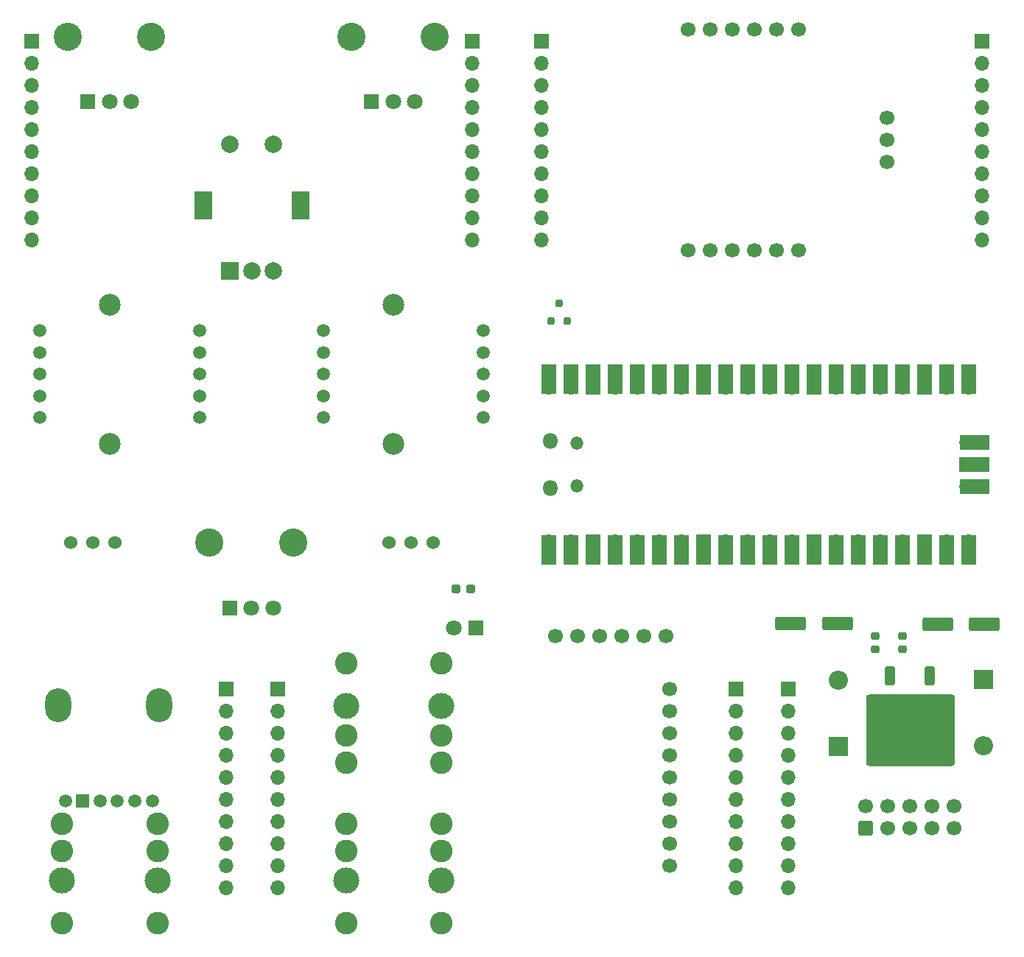
<source format=gbr>
%TF.GenerationSoftware,KiCad,Pcbnew,8.0.7*%
%TF.CreationDate,2025-01-02T18:19:59+00:00*%
%TF.ProjectId,pcb,7063622e-6b69-4636-9164-5f7063625858,2.0*%
%TF.SameCoordinates,Original*%
%TF.FileFunction,Soldermask,Top*%
%TF.FilePolarity,Negative*%
%FSLAX46Y46*%
G04 Gerber Fmt 4.6, Leading zero omitted, Abs format (unit mm)*
G04 Created by KiCad (PCBNEW 8.0.7) date 2025-01-02 18:19:59*
%MOMM*%
%LPD*%
G01*
G04 APERTURE LIST*
G04 Aperture macros list*
%AMRoundRect*
0 Rectangle with rounded corners*
0 $1 Rounding radius*
0 $2 $3 $4 $5 $6 $7 $8 $9 X,Y pos of 4 corners*
0 Add a 4 corners polygon primitive as box body*
4,1,4,$2,$3,$4,$5,$6,$7,$8,$9,$2,$3,0*
0 Add four circle primitives for the rounded corners*
1,1,$1+$1,$2,$3*
1,1,$1+$1,$4,$5*
1,1,$1+$1,$6,$7*
1,1,$1+$1,$8,$9*
0 Add four rect primitives between the rounded corners*
20,1,$1+$1,$2,$3,$4,$5,0*
20,1,$1+$1,$4,$5,$6,$7,0*
20,1,$1+$1,$6,$7,$8,$9,0*
20,1,$1+$1,$8,$9,$2,$3,0*%
G04 Aperture macros list end*
%ADD10RoundRect,0.250000X-0.350000X0.850000X-0.350000X-0.850000X0.350000X-0.850000X0.350000X0.850000X0*%
%ADD11C,1.000000*%
%ADD12RoundRect,0.354522X-4.757978X3.757978X-4.757978X-3.757978X4.757978X-3.757978X4.757978X3.757978X0*%
%ADD13RoundRect,0.225000X0.250000X-0.225000X0.250000X0.225000X-0.250000X0.225000X-0.250000X-0.225000X0*%
%ADD14C,3.240000*%
%ADD15R,1.800000X1.800000*%
%ADD16C,1.800000*%
%ADD17O,1.800000X1.800000*%
%ADD18O,1.500000X1.500000*%
%ADD19O,1.700000X1.700000*%
%ADD20R,1.700000X3.500000*%
%ADD21R,1.700000X1.700000*%
%ADD22R,3.500000X1.700000*%
%ADD23RoundRect,0.237500X0.287500X0.237500X-0.287500X0.237500X-0.287500X-0.237500X0.287500X-0.237500X0*%
%ADD24RoundRect,0.250000X-1.500000X-0.550000X1.500000X-0.550000X1.500000X0.550000X-1.500000X0.550000X0*%
%ADD25R,2.200000X2.200000*%
%ADD26O,2.200000X2.200000*%
%ADD27C,1.524000*%
%ADD28RoundRect,0.250000X1.500000X0.550000X-1.500000X0.550000X-1.500000X-0.550000X1.500000X-0.550000X0*%
%ADD29C,1.700000*%
%ADD30C,2.500000*%
%ADD31C,1.500000*%
%ADD32R,1.500000X1.500000*%
%ADD33O,3.000000X3.900000*%
%ADD34C,3.000000*%
%ADD35C,2.600000*%
%ADD36RoundRect,0.200000X0.200000X-0.250000X0.200000X0.250000X-0.200000X0.250000X-0.200000X-0.250000X0*%
%ADD37RoundRect,0.250000X0.600000X-0.600000X0.600000X0.600000X-0.600000X0.600000X-0.600000X-0.600000X0*%
%ADD38R,2.000000X2.000000*%
%ADD39C,2.000000*%
%ADD40R,2.000000X3.200000*%
G04 APERTURE END LIST*
D10*
%TO.C,U7*%
X137207500Y-109525000D03*
D11*
X138927500Y-112565000D03*
X136927500Y-112565000D03*
X132927500Y-112565000D03*
X130927500Y-112565000D03*
X138927500Y-114565000D03*
X136927500Y-114565000D03*
X132927500Y-114565000D03*
X130927500Y-114565000D03*
D12*
X134990000Y-115782500D03*
D11*
X138927500Y-116565000D03*
X136927500Y-116565000D03*
X132927500Y-116565000D03*
X130927500Y-116565000D03*
X138927500Y-118565000D03*
X136927500Y-118565000D03*
X132927500Y-118565000D03*
X130927500Y-118565000D03*
D10*
X132647500Y-109525000D03*
%TD*%
D13*
%TO.C,C5*%
X130900000Y-106475000D03*
X130900000Y-104925000D03*
%TD*%
%TO.C,C4*%
X134100000Y-106475000D03*
X134100000Y-104925000D03*
%TD*%
D14*
%TO.C,RV3*%
X54430000Y-94200000D03*
X64030000Y-94200000D03*
D15*
X56730000Y-101700000D03*
D16*
X59230000Y-101700000D03*
X61730000Y-101700000D03*
%TD*%
D17*
%TO.C,U1*%
X93570000Y-87915000D03*
D18*
X96600000Y-87615000D03*
X96600000Y-82765000D03*
D17*
X93570000Y-82465000D03*
D19*
X93440000Y-94080000D03*
D20*
X93440000Y-94980000D03*
D19*
X95980000Y-94080000D03*
D20*
X95980000Y-94980000D03*
D21*
X98520000Y-94080000D03*
D20*
X98520000Y-94980000D03*
D19*
X101060000Y-94080000D03*
D20*
X101060000Y-94980000D03*
D19*
X103600000Y-94080000D03*
D20*
X103600000Y-94980000D03*
D19*
X106140000Y-94080000D03*
D20*
X106140000Y-94980000D03*
D19*
X108680000Y-94080000D03*
D20*
X108680000Y-94980000D03*
D21*
X111220000Y-94080000D03*
D20*
X111220000Y-94980000D03*
D19*
X113760000Y-94080000D03*
D20*
X113760000Y-94980000D03*
D19*
X116300000Y-94080000D03*
D20*
X116300000Y-94980000D03*
D19*
X118840000Y-94080000D03*
D20*
X118840000Y-94980000D03*
D19*
X121380000Y-94080000D03*
D20*
X121380000Y-94980000D03*
D21*
X123920000Y-94080000D03*
D20*
X123920000Y-94980000D03*
D19*
X126460000Y-94080000D03*
D20*
X126460000Y-94980000D03*
D19*
X129000000Y-94080000D03*
D20*
X129000000Y-94980000D03*
D19*
X131540000Y-94080000D03*
D20*
X131540000Y-94980000D03*
D19*
X134080000Y-94080000D03*
D20*
X134080000Y-94980000D03*
D21*
X136620000Y-94080000D03*
D20*
X136620000Y-94980000D03*
D19*
X139160000Y-94080000D03*
D20*
X139160000Y-94980000D03*
D19*
X141700000Y-94080000D03*
D20*
X141700000Y-94980000D03*
D19*
X141700000Y-76300000D03*
D20*
X141700000Y-75400000D03*
D19*
X139160000Y-76300000D03*
D20*
X139160000Y-75400000D03*
D21*
X136620000Y-76300000D03*
D20*
X136620000Y-75400000D03*
D19*
X134080000Y-76300000D03*
D20*
X134080000Y-75400000D03*
D19*
X131540000Y-76300000D03*
D20*
X131540000Y-75400000D03*
D19*
X129000000Y-76300000D03*
D20*
X129000000Y-75400000D03*
D19*
X126460000Y-76300000D03*
D20*
X126460000Y-75400000D03*
D21*
X123920000Y-76300000D03*
D20*
X123920000Y-75400000D03*
D19*
X121380000Y-76300000D03*
D20*
X121380000Y-75400000D03*
D19*
X118840000Y-76300000D03*
D20*
X118840000Y-75400000D03*
D19*
X116300000Y-76300000D03*
D20*
X116300000Y-75400000D03*
D19*
X113760000Y-76300000D03*
D20*
X113760000Y-75400000D03*
D21*
X111220000Y-76300000D03*
D20*
X111220000Y-75400000D03*
D19*
X108680000Y-76300000D03*
D20*
X108680000Y-75400000D03*
D19*
X106140000Y-76300000D03*
D20*
X106140000Y-75400000D03*
D19*
X103600000Y-76300000D03*
D20*
X103600000Y-75400000D03*
D19*
X101060000Y-76300000D03*
D20*
X101060000Y-75400000D03*
D21*
X98520000Y-76300000D03*
D20*
X98520000Y-75400000D03*
D19*
X95980000Y-76300000D03*
D20*
X95980000Y-75400000D03*
D19*
X93440000Y-76300000D03*
D20*
X93440000Y-75400000D03*
D19*
X141470000Y-87730000D03*
D22*
X142370000Y-87730000D03*
D21*
X141470000Y-85190000D03*
D22*
X142370000Y-85190000D03*
D19*
X141470000Y-82650000D03*
D22*
X142370000Y-82650000D03*
%TD*%
D23*
%TO.C,R1*%
X84475000Y-99500000D03*
X82725000Y-99500000D03*
%TD*%
D24*
%TO.C,C2*%
X126600000Y-103500000D03*
X121200000Y-103500000D03*
%TD*%
D25*
%TO.C,D1*%
X143400000Y-109890000D03*
D26*
X143400000Y-117510000D03*
%TD*%
D14*
%TO.C,RV2*%
X70730000Y-36000000D03*
X80330000Y-36000000D03*
D15*
X73030000Y-43500000D03*
D16*
X75530000Y-43500000D03*
X78030000Y-43500000D03*
%TD*%
D27*
%TO.C,SW2*%
X75060000Y-94200000D03*
X77600000Y-94200000D03*
X80140000Y-94200000D03*
%TD*%
D28*
%TO.C,C1*%
X143500000Y-103600000D03*
X138100000Y-103600000D03*
%TD*%
D29*
%TO.C,U5*%
X107320000Y-131360000D03*
X107320000Y-128820000D03*
X107320000Y-126280000D03*
X107320000Y-123740000D03*
X107320000Y-121200000D03*
X107320000Y-118660000D03*
X107320000Y-116120000D03*
X107320000Y-113580000D03*
X107320000Y-111040000D03*
X106920000Y-104910000D03*
X104380000Y-104910000D03*
X101840000Y-104910000D03*
X99300000Y-104910000D03*
X96760000Y-104910000D03*
X94220000Y-104910000D03*
%TD*%
D30*
%TO.C,SW1*%
X43000000Y-82800000D03*
X43000000Y-66800000D03*
D31*
X53250000Y-69800000D03*
X53250000Y-72300000D03*
X53250000Y-74800000D03*
X53250000Y-77300000D03*
X53250000Y-79800000D03*
X34950000Y-79800000D03*
X34950000Y-77300000D03*
X34950000Y-74800000D03*
X34950000Y-72300000D03*
X34950000Y-69800000D03*
%TD*%
D14*
%TO.C,RV4*%
X38130000Y-36000000D03*
X47730000Y-36000000D03*
D15*
X40430000Y-43500000D03*
D16*
X42930000Y-43500000D03*
X45430000Y-43500000D03*
%TD*%
D32*
%TO.C,RV1*%
X39850000Y-123900000D03*
D31*
X37850000Y-123900000D03*
X47850000Y-123900000D03*
X41850000Y-123900000D03*
X43850000Y-123900000D03*
X45850000Y-123900000D03*
D33*
X37050000Y-112900000D03*
X48650000Y-112900000D03*
%TD*%
D34*
%TO.C,J3*%
X37500000Y-133000000D03*
D35*
X37500000Y-126520000D03*
X37500000Y-129620000D03*
X37500000Y-137920000D03*
%TD*%
D36*
%TO.C,Q1*%
X93650000Y-68700000D03*
X95550000Y-68700000D03*
X94600000Y-66700000D03*
%TD*%
D25*
%TO.C,D2*%
X126700000Y-117645000D03*
D26*
X126700000Y-110025000D03*
%TD*%
D37*
%TO.C,J1*%
X129800000Y-127000000D03*
D29*
X129800000Y-124460000D03*
X132340000Y-127000000D03*
X132340000Y-124460000D03*
X134880000Y-127000000D03*
X134880000Y-124460000D03*
X137420000Y-127000000D03*
X137420000Y-124460000D03*
X139960000Y-127000000D03*
X139960000Y-124460000D03*
%TD*%
D30*
%TO.C,SW5*%
X75600000Y-82800000D03*
X75600000Y-66800000D03*
D31*
X85850000Y-69800000D03*
X85850000Y-72300000D03*
X85850000Y-74800000D03*
X85850000Y-77300000D03*
X85850000Y-79800000D03*
X67550000Y-79800000D03*
X67550000Y-77300000D03*
X67550000Y-74800000D03*
X67550000Y-72300000D03*
X67550000Y-69800000D03*
%TD*%
D27*
%TO.C,SW4*%
X38460000Y-94200000D03*
X41000000Y-94200000D03*
X43540000Y-94200000D03*
%TD*%
D34*
%TO.C,J6*%
X81100000Y-113000000D03*
D35*
X81100000Y-119480000D03*
X81100000Y-116380000D03*
X81100000Y-108080000D03*
%TD*%
D38*
%TO.C,SW3*%
X56800000Y-62900000D03*
D39*
X61800000Y-62900000D03*
X59300000Y-62900000D03*
D40*
X53700000Y-55400000D03*
X64900000Y-55400000D03*
D39*
X61800000Y-48400000D03*
X56800000Y-48400000D03*
%TD*%
D15*
%TO.C,D7*%
X85000000Y-104000000D03*
D16*
X82460000Y-104000000D03*
%TD*%
D34*
%TO.C,J7*%
X70100000Y-113000000D03*
D35*
X70100000Y-119480000D03*
X70100000Y-116380000D03*
X70100000Y-108080000D03*
%TD*%
D34*
%TO.C,J5*%
X70100000Y-133000000D03*
D35*
X70100000Y-126520000D03*
X70100000Y-129620000D03*
X70100000Y-137920000D03*
%TD*%
D29*
%TO.C,U2*%
X122100000Y-35200000D03*
X119560000Y-35200000D03*
X117020000Y-35200000D03*
X114480000Y-35200000D03*
X111940000Y-35200000D03*
X109400000Y-35200000D03*
X109400000Y-60600000D03*
X111940000Y-60600000D03*
X114480000Y-60600000D03*
X117020000Y-60600000D03*
X119560000Y-60600000D03*
X122100000Y-60600000D03*
X132260000Y-50440000D03*
X132260000Y-47900000D03*
X132260000Y-45360000D03*
%TD*%
D34*
%TO.C,J4*%
X81100000Y-133000000D03*
D35*
X81100000Y-126520000D03*
X81100000Y-129620000D03*
X81100000Y-137920000D03*
%TD*%
D34*
%TO.C,J2*%
X48500000Y-133000000D03*
D35*
X48500000Y-126520000D03*
X48500000Y-129620000D03*
X48500000Y-137920000D03*
%TD*%
D21*
%TO.C,J12*%
X62300000Y-111000000D03*
D19*
X62300000Y-113540000D03*
X62300000Y-116080000D03*
X62300000Y-118620000D03*
X62300000Y-121160000D03*
X62300000Y-123700000D03*
X62300000Y-126240000D03*
X62300000Y-128780000D03*
X62300000Y-131320000D03*
X62300000Y-133860000D03*
%TD*%
D21*
%TO.C,J10*%
X120900000Y-111000000D03*
D19*
X120900000Y-113540000D03*
X120900000Y-116080000D03*
X120900000Y-118620000D03*
X120900000Y-121160000D03*
X120900000Y-123700000D03*
X120900000Y-126240000D03*
X120900000Y-128780000D03*
X120900000Y-131320000D03*
X120900000Y-133860000D03*
%TD*%
D21*
%TO.C,J13*%
X143200000Y-36500000D03*
D19*
X143200000Y-39040000D03*
X143200000Y-41580000D03*
X143200000Y-44120000D03*
X143200000Y-46660000D03*
X143200000Y-49200000D03*
X143200000Y-51740000D03*
X143200000Y-54280000D03*
X143200000Y-56820000D03*
X143200000Y-59360000D03*
%TD*%
D21*
%TO.C,J15*%
X92600000Y-36500000D03*
D19*
X92600000Y-39040000D03*
X92600000Y-41580000D03*
X92600000Y-44120000D03*
X92600000Y-46660000D03*
X92600000Y-49200000D03*
X92600000Y-51740000D03*
X92600000Y-54280000D03*
X92600000Y-56820000D03*
X92600000Y-59360000D03*
%TD*%
D21*
%TO.C,J16*%
X84600000Y-36500000D03*
D19*
X84600000Y-39040000D03*
X84600000Y-41580000D03*
X84600000Y-44120000D03*
X84600000Y-46660000D03*
X84600000Y-49200000D03*
X84600000Y-51740000D03*
X84600000Y-54280000D03*
X84600000Y-56820000D03*
X84600000Y-59360000D03*
%TD*%
D21*
%TO.C,J9*%
X56300000Y-111000000D03*
D19*
X56300000Y-113540000D03*
X56300000Y-116080000D03*
X56300000Y-118620000D03*
X56300000Y-121160000D03*
X56300000Y-123700000D03*
X56300000Y-126240000D03*
X56300000Y-128780000D03*
X56300000Y-131320000D03*
X56300000Y-133860000D03*
%TD*%
D21*
%TO.C,J14*%
X34000000Y-36500000D03*
D19*
X34000000Y-39040000D03*
X34000000Y-41580000D03*
X34000000Y-44120000D03*
X34000000Y-46660000D03*
X34000000Y-49200000D03*
X34000000Y-51740000D03*
X34000000Y-54280000D03*
X34000000Y-56820000D03*
X34000000Y-59360000D03*
%TD*%
D21*
%TO.C,J11*%
X114900000Y-111000000D03*
D19*
X114900000Y-113540000D03*
X114900000Y-116080000D03*
X114900000Y-118620000D03*
X114900000Y-121160000D03*
X114900000Y-123700000D03*
X114900000Y-126240000D03*
X114900000Y-128780000D03*
X114900000Y-131320000D03*
X114900000Y-133860000D03*
%TD*%
M02*

</source>
